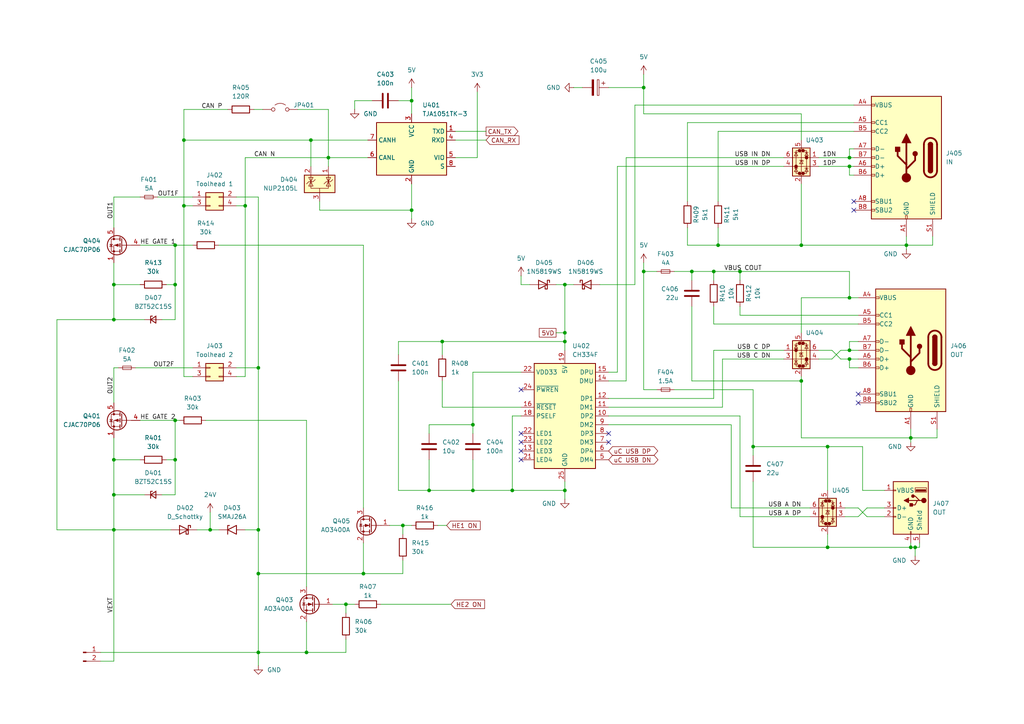
<source format=kicad_sch>
(kicad_sch (version 20250114) (generator "eeschema") (generator_version "9.0")
  (paper "A4")
  (title_block (title "EWS - Power, CANbus and USB HAT for 3D Printers") (date "2025-12-04") (rev "0.1") (company "Eduard Iten"))
  (lib_symbols
    (symbol "Connector:Conn_01x02_Pin" (pin_names (offset 1.016) (hide yes))
      (property "Reference" "J" (at 0 2.54 0))
      (property "Value" "Conn_01x02_Pin" (at 0 -5.08 0))
      (symbol "Conn_01x02_Pin_1_1"
        (pin passive line (at 5.08 0 180) (length 3.81) (name "Pin_1") (number "1"))
        (pin passive line (at 5.08 -2.54 180) (length 3.81) (name "Pin_2") (number "2"))
      )
    )
    (symbol "Connector:USB_A" (pin_names (offset 1.016))
      (property "Reference" "J" (at -5.08 11.43 0))
      (property "Value" "USB_A" (at -5.08 8.89 0))
      (symbol "USB_A_1_1"
        (pin passive line (at -2.54 -10.16 90) (length 2.54) (name "Shield") (number "5"))
        (pin power_in line (at 0 -10.16 90) (length 2.54) (name "GND") (number "4"))
        (pin power_in line (at 7.62 5.08 180) (length 2.54) (name "VBUS") (number "1"))
        (pin bidirectional line (at 7.62 0 180) (length 2.54) (name "D+") (number "3"))
        (pin bidirectional line (at 7.62 -2.54 180) (length 2.54) (name "D-") (number "2"))
      )
    )
    (symbol "Connector:USB_C_Receptacle_USB2.0_16P" (pin_names (offset 1.016))
      (property "Reference" "J" (at 0 22.225 0))
      (property "Value" "USB_C_Receptacle_USB2.0_16P" (at 0 19.685 0))
      (symbol "USB_C_Receptacle_USB2.0_16P_1_1"
        (pin passive line (at -7.62 -22.86 90) (length 5.08) (name "SHIELD") (number "S1"))
        (pin passive line (at 0 -22.86 90) (length 5.08) (name "GND") (number "A1"))
        (pin passive line (at 0 -22.86 90) (length 5.08) (hide yes) (name "GND") (number "A12"))
        (pin passive line (at 0 -22.86 90) (length 5.08) (hide yes) (name "GND") (number "B1"))
        (pin passive line (at 0 -22.86 90) (length 5.08) (hide yes) (name "GND") (number "B12"))
        (pin passive line (at 15.24 15.24 180) (length 5.08) (name "VBUS") (number "A4"))
        (pin passive line (at 15.24 15.24 180) (length 5.08) (hide yes) (name "VBUS") (number "A9"))
        (pin passive line (at 15.24 15.24 180) (length 5.08) (hide yes) (name "VBUS") (number "B4"))
        (pin passive line (at 15.24 15.24 180) (length 5.08) (hide yes) (name "VBUS") (number "B9"))
        (pin bidirectional line (at 15.24 10.16 180) (length 5.08) (name "CC1") (number "A5"))
        (pin bidirectional line (at 15.24 7.62 180) (length 5.08) (name "CC2") (number "B5"))
        (pin bidirectional line (at 15.24 2.54 180) (length 5.08) (name "D-") (number "A7"))
        (pin bidirectional line (at 15.24 0 180) (length 5.08) (name "D-") (number "B7"))
        (pin bidirectional line (at 15.24 -2.54 180) (length 5.08) (name "D+") (number "A6"))
        (pin bidirectional line (at 15.24 -5.08 180) (length 5.08) (name "D+") (number "B6"))
        (pin bidirectional line (at 15.24 -12.7 180) (length 5.08) (name "SBU1") (number "A8"))
        (pin bidirectional line (at 15.24 -15.24 180) (length 5.08) (name "SBU2") (number "B8"))
      )
    )
    (symbol "Connector_Generic:Conn_02x02_Odd_Even" (pin_names (offset 1.016) (hide yes))
      (property "Reference" "J" (at 1.27 2.54 0))
      (property "Value" "Conn_02x02_Odd_Even" (at 1.27 -5.08 0))
      (symbol "Conn_02x02_Odd_Even_1_1"
        (pin passive line (at -5.08 0 0) (length 3.81) (name "Pin_1") (number "1"))
        (pin passive line (at -5.08 -2.54 0) (length 3.81) (name "Pin_3") (number "3"))
        (pin passive line (at 7.62 0 180) (length 3.81) (name "Pin_2") (number "2"))
        (pin passive line (at 7.62 -2.54 180) (length 3.81) (name "Pin_4") (number "4"))
      )
    )
    (symbol "Device:C" (pin_numbers (hide yes)) (pin_names (offset 0.254))
      (property "Reference" "C" (at 0.635 2.54 0))
      (property "Value" "C" (at 0.635 -2.54 0))
      (symbol "C_1_1"
        (pin passive line (at 0 3.81 270) (length 2.794) (name "~") (number "1"))
        (pin passive line (at 0 -3.81 90) (length 2.794) (name "~") (number "2"))
      )
    )
    (symbol "Device:C_Polarized" (pin_numbers (hide yes)) (pin_names (offset 0.254))
      (property "Reference" "C" (at 0.635 2.54 0))
      (property "Value" "C_Polarized" (at 0.635 -2.54 0))
      (symbol "C_Polarized_1_1"
        (pin passive line (at 0 3.81 270) (length 2.794) (name "~") (number "1"))
        (pin passive line (at 0 -3.81 90) (length 2.794) (name "~") (number "2"))
      )
    )
    (symbol "Device:D_Schottky" (pin_numbers (hide yes)) (pin_names (offset 1.016) (hide yes))
      (property "Reference" "D" (at 0 2.54 0))
      (property "Value" "D_Schottky" (at 0 -2.54 0))
      (symbol "D_Schottky_1_1"
        (pin passive line (at -3.81 0 0) (length 2.54) (name "K") (number "1"))
        (pin passive line (at 3.81 0 180) (length 2.54) (name "A") (number "2"))
      )
    )
    (symbol "Device:D_Zener_Small" (pin_numbers (hide yes)) (pin_names (offset 0.254) (hide yes))
      (property "Reference" "D" (at 0 2.286 0))
      (property "Value" "D_Zener_Small" (at 0 -2.286 0))
      (symbol "D_Zener_Small_1_1"
        (pin passive line (at -2.54 0 0) (length 1.778) (name "K") (number "1"))
        (pin passive line (at 2.54 0 180) (length 1.778) (name "A") (number "2"))
      )
    )
    (symbol "Device:Fuse_Small" (pin_numbers (hide yes)) (pin_names (offset 0.254) (hide yes))
      (property "Reference" "F" (at 0 -1.524 0))
      (property "Value" "Fuse_Small" (at 0 1.524 0))
      (symbol "Fuse_Small_1_1"
        (pin passive line (at -2.54 0 0) (length 1.27) (name "~") (number "1"))
        (pin passive line (at 2.54 0 180) (length 1.27) (name "~") (number "2"))
      )
    )
    (symbol "Device:R" (pin_numbers (hide yes)) (pin_names (offset 0))
      (property "Reference" "R" (at 2.032 0 90))
      (property "Value" "R" (at 0 0 90))
      (symbol "R_1_1"
        (pin passive line (at 0 3.81 270) (length 1.27) (name "~") (number "1"))
        (pin passive line (at 0 -3.81 90) (length 1.27) (name "~") (number "2"))
      )
    )
    (symbol "Diode:1N5819WS" (pin_numbers (hide yes)) (pin_names (offset 1.016) (hide yes))
      (property "Reference" "D" (at 0 2.54 0))
      (property "Value" "1N5819WS" (at 0 -2.54 0))
      (symbol "1N5819WS_1_1"
        (pin passive line (at -3.81 0 0) (length 2.54) (name "K") (number "1"))
        (pin passive line (at 3.81 0 180) (length 2.54) (name "A") (number "2"))
      )
    )
    (symbol "Diode:SMAJ26A" (pin_numbers (hide yes)) (pin_names (offset 1.016) (hide yes))
      (property "Reference" "D" (at 0 2.54 0))
      (property "Value" "SMAJ26A" (at 0 -2.54 0))
      (symbol "SMAJ26A_1_1"
        (pin passive line (at -3.81 0 0) (length 2.54) (name "A1") (number "1"))
        (pin passive line (at 3.81 0 180) (length 2.54) (name "A2") (number "2"))
      )
    )
    (symbol "Interface_CAN_LIN:TJA1051TK-3"
      (property "Reference" "U" (at -10.16 8.89 0))
      (property "Value" "TJA1051TK-3" (at 1.27 8.89 0))
      (symbol "TJA1051TK-3_1_1"
        (pin input line (at -12.7 5.08 0) (length 2.54) (name "TXD") (number "1"))
        (pin output line (at -12.7 2.54 0) (length 2.54) (name "RXD") (number "4"))
        (pin power_in line (at -12.7 -2.54 0) (length 2.54) (name "VIO") (number "5"))
        (pin input line (at -12.7 -5.08 0) (length 2.54) (name "S") (number "8"))
        (pin power_in line (at 0 10.16 270) (length 2.54) (name "VCC") (number "3"))
        (pin power_in line (at 0 -10.16 90) (length 2.54) (name "GND") (number "2"))
        (pin passive line (at 0 -10.16 90) (length 2.54) (hide yes) (name "GND") (number "9"))
        (pin bidirectional line (at 12.7 2.54 180) (length 2.54) (name "CANH") (number "7"))
        (pin bidirectional line (at 12.7 -2.54 180) (length 2.54) (name "CANL") (number "6"))
      )
    )
    (symbol "Jumper:Jumper_2_Open" (pin_numbers (hide yes)) (pin_names (offset 0) (hide yes))
      (property "Reference" "JP" (at 0 2.794 0))
      (property "Value" "Jumper_2_Open" (at 0 -2.286 0))
      (symbol "Jumper_2_Open_1_1"
        (pin passive line (at -5.08 0 0) (length 2.54) (name "A") (number "1"))
        (pin passive line (at 5.08 0 180) (length 2.54) (name "B") (number "2"))
      )
    )
    (symbol "Power_Protection:NUP2105L" (pin_names (hide yes))
      (property "Reference" "D" (at 5.715 2.54 0))
      (property "Value" "NUP2105L" (at 5.715 0.635 0))
      (symbol "NUP2105L_0_0"
        (pin passive line (at 0 -5.08 90) (length 2.54) (name "A") (number "3"))
      )
      (symbol "NUP2105L_1_1"
        (pin passive line (at -2.54 5.08 270) (length 2.54) (name "K") (number "1"))
        (pin passive line (at 2.54 5.08 270) (length 2.54) (name "K") (number "2"))
      )
    )
    (symbol "Power_Protection:USBLC6-2SC6" (pin_names (hide yes))
      (property "Reference" "U" (at 0.635 5.715 0))
      (property "Value" "USBLC6-2SC6" (at 0.635 3.81 0))
      (symbol "USBLC6-2SC6_1_1"
        (pin passive line (at -5.08 0 0) (length 2.54) (name "I/O1") (number "1"))
        (pin passive line (at -5.08 -2.54 0) (length 2.54) (name "I/O2") (number "3"))
        (pin passive line (at 0 5.08 270) (length 2.54) (name "VBUS") (number "5"))
        (pin passive line (at 0 -7.62 90) (length 2.54) (name "GND") (number "2"))
        (pin passive line (at 5.08 0 180) (length 2.54) (name "I/O1") (number "6"))
        (pin passive line (at 5.08 -2.54 180) (length 2.54) (name "I/O2") (number "4"))
      )
    )
    (symbol "Transistor_FET:AO3400A" (pin_names (offset 0) (hide yes))
      (property "Reference" "Q" (at 5.08 1.905 0))
      (property "Value" "AO3400A" (at 5.08 0 0))
      (symbol "AO3400A_1_1"
        (pin input line (at -5.08 0 0) (length 2.54) (name "G") (number "1"))
        (pin passive line (at 2.54 5.08 270) (length 2.54) (name "D") (number "3"))
        (pin passive line (at 2.54 -5.08 90) (length 2.54) (name "S") (number "2"))
      )
    )
    (symbol "Transistor_FET:AON6411" (pin_names (hide yes))
      (property "Reference" "Q" (at 5.08 1.905 0))
      (property "Value" "AON6411" (at 5.08 0 0))
      (symbol "AON6411_1_1"
        (pin input line (at -5.08 0 0) (length 2.54) (name "G") (number "4"))
        (pin passive line (at 2.54 5.08 270) (length 2.54) (name "D") (number "5"))
        (pin passive line (at 2.54 -5.08 90) (length 2.54) (name "S") (number "1"))
        (pin passive line (at 2.54 -5.08 90) (length 2.54) (hide yes) (name "S") (number "2"))
        (pin passive line (at 2.54 -5.08 90) (length 2.54) (hide yes) (name "S") (number "3"))
      )
    )
    (symbol "power:+24V" (power) (pin_numbers (hide yes)) (pin_names (offset 0) (hide yes))
      (property "Value" "+24V" (at 0 3.556 0))
      (symbol "+24V_1_1"
        (pin power_in line (at 0 0 90) (length 0) (name "~") (number "1"))
      )
    )
    (symbol "power:+5V" (power) (pin_numbers (hide yes)) (pin_names (offset 0) (hide yes))
      (property "Value" "+5V" (at 0 3.556 0))
      (symbol "+5V_1_1"
        (pin power_in line (at 0 0 90) (length 0) (name "~") (number "1"))
      )
    )
    (symbol "power:GND" (power) (pin_numbers (hide yes)) (pin_names (offset 0) (hide yes))
      (property "Value" "GND" (at 0 -3.81 0))
      (symbol "GND_1_1"
        (pin power_in line (at 0 0 270) (length 0) (name "~") (number "1"))
      )
    )
    (symbol "project:CH334F"
      (property "Reference" "U" (at 1.27 19.05 0))
      (property "Value" "CH334F" (at 1.27 16.51 0))
      (symbol "CH334F_1_1"
        (pin no_connect line (at -27.94 25.4 0) (length 2.54) (hide yes) (name "~{OVCUR}") (number "1"))
        (pin no_connect line (at -27.94 22.86 0) (length 2.54) (hide yes) (name "NC") (number "2"))
        (pin no_connect line (at -27.94 20.32 0) (length 2.54) (hide yes) (name "X0") (number "3"))
        (pin no_connect line (at -27.94 17.78 0) (length 2.54) (hide yes) (name "XI") (number "4"))
        (pin no_connect line (at -27.94 15.24 0) (length 2.54) (hide yes) (name "NC") (number "17"))
        (pin power_out line (at -12.7 12.7 0) (length 3.81) (name "VDD33") (number "22"))
        (pin output line (at -12.7 7.62 0) (length 3.81) (name "~{PWREN}") (number "24"))
        (pin input line (at -12.7 2.54 0) (length 3.81) (name "~{RESET}") (number "16"))
        (pin input line (at -12.7 0 0) (length 3.81) (name "PSELF") (number "18"))
        (pin output line (at -12.7 -5.08 0) (length 3.81) (name "LED1") (number "22"))
        (pin output line (at -12.7 -7.62 0) (length 3.81) (name "LED2") (number "23"))
        (pin output line (at -12.7 -10.16 0) (length 3.81) (name "LED3") (number "13"))
        (pin output line (at -12.7 -12.7 0) (length 3.81) (name "LED4") (number "21"))
        (pin power_in line (at 0 19.05 270) (length 3.81) (name "5V") (number "19"))
        (pin power_in line (at 0 -19.05 90) (length 3.81) (name "GND") (number "25"))
        (pin input line (at 12.7 12.7 180) (length 3.81) (name "DPU") (number "15"))
        (pin input line (at 12.7 10.16 180) (length 3.81) (name "DMU") (number "14"))
        (pin output line (at 12.7 5.08 180) (length 3.81) (name "DP1") (number "12"))
        (pin output line (at 12.7 2.54 180) (length 3.81) (name "DM1") (number "11"))
        (pin output line (at 12.7 0 180) (length 3.81) (name "DP2") (number "10"))
        (pin output line (at 12.7 -2.54 180) (length 3.81) (name "DM2") (number "9"))
        (pin output line (at 12.7 -5.08 180) (length 3.81) (name "DP3") (number "8"))
        (pin output line (at 12.7 -7.62 180) (length 3.81) (name "DM3") (number "7"))
        (pin output line (at 12.7 -10.16 180) (length 3.81) (name "DP4") (number "6"))
        (pin output line (at 12.7 -12.7 180) (length 3.81) (name "DM4") (number "5"))
      )
    )
  )
  (junction (at 246.38 104.14))
  (junction (at 214.63 78.74))
  (junction (at 246.38 101.6))
  (junction (at 74.93 153.67))
  (junction (at 53.34 40.64))
  (junction (at 33.02 92.71))
  (junction (at 71.12 59.69))
  (junction (at 246.38 48.26))
  (junction (at 119.38 29.21))
  (junction (at 148.59 142.24))
  (junction (at 124.46 142.24))
  (junction (at 33.02 133.35))
  (junction (at 264.16 158.75))
  (junction (at 137.16 123.19))
  (junction (at 53.34 59.69))
  (junction (at 60.96 153.67))
  (junction (at 74.93 106.68))
  (junction (at 119.38 60.96))
  (junction (at 246.38 45.72))
  (junction (at 74.93 166.37))
  (junction (at 218.44 129.54))
  (junction (at 128.27 99.06))
  (junction (at 137.16 142.24))
  (junction (at 88.9 189.23))
  (junction (at 240.03 129.54))
  (junction (at 265.43 158.75))
  (junction (at 74.93 189.23))
  (junction (at 33.02 143.51))
  (junction (at 186.69 78.74))
  (junction (at 163.83 99.06))
  (junction (at 33.02 153.67))
  (junction (at 208.28 71.12))
  (junction (at 105.41 166.37))
  (junction (at 116.84 152.4))
  (junction (at 246.38 86.36))
  (junction (at 163.83 142.24))
  (junction (at 163.83 96.52))
  (junction (at 33.02 82.55))
  (junction (at 95.25 45.72))
  (junction (at 232.41 71.12))
  (junction (at 163.83 82.55))
  (junction (at 262.89 71.12))
  (junction (at 264.16 127))
  (junction (at 207.01 78.74))
  (junction (at 240.03 158.75))
  (junction (at 50.8 82.55))
  (junction (at 200.66 78.74))
  (junction (at 50.8 133.35))
  (junction (at 90.17 40.64))
  (junction (at 50.8 121.92))
  (junction (at 186.69 25.4))
  (junction (at 232.41 110.49))
  (junction (at 100.33 175.26))
  (junction (at 50.8 71.12))
  (no_connect (at 151.13 130.81))
  (no_connect (at 151.13 113.03))
  (no_connect (at 151.13 128.27))
  (no_connect (at 176.53 128.27))
  (no_connect (at 349.25 134.62))
  (no_connect (at 151.13 133.35))
  (no_connect (at 248.92 116.84))
  (no_connect (at 248.92 114.3))
  (no_connect (at 247.65 60.96))
  (no_connect (at 151.13 125.73))
  (no_connect (at 247.65 58.42))
  (no_connect (at 176.53 125.73))
  (wire (pts (xy 124.46 125.73) (xy 124.46 123.19)))
  (wire (pts (xy 100.33 175.26) (xy 102.87 175.26)))
  (wire (pts (xy 240.03 154.94) (xy 240.03 158.75)))
  (wire (pts (xy 218.44 113.03) (xy 218.44 129.54)))
  (wire (pts (xy 50.8 92.71) (xy 50.8 82.55)))
  (wire (pts (xy 53.34 109.22) (xy 53.34 59.69)))
  (wire (pts (xy 243.84 101.6) (xy 246.38 101.6)))
  (wire (pts (xy 71.12 59.69) (xy 68.58 59.69)))
  (wire (pts (xy 34.29 106.68) (xy 33.02 106.68)))
  (wire (pts (xy 33.02 57.15) (xy 40.64 57.15)))
  (wire (pts (xy 40.64 71.12) (xy 50.8 71.12)))
  (wire (pts (xy 246.38 99.06) (xy 246.38 101.6)))
  (wire (pts (xy 105.41 166.37) (xy 74.93 166.37)))
  (wire (pts (xy 60.96 153.67) (xy 63.5 153.67)))
  (wire (pts (xy 176.53 120.65) (xy 214.63 120.65)))
  (wire (pts (xy 207.01 93.98) (xy 207.01 88.9)))
  (wire (pts (xy 186.69 78.74) (xy 186.69 113.03)))
  (wire (pts (xy 53.34 59.69) (xy 53.34 40.64)))
  (wire (pts (xy 209.55 118.11) (xy 209.55 104.14)))
  (wire (pts (xy 113.03 152.4) (xy 116.84 152.4)))
  (wire (pts (xy 148.59 142.24) (xy 163.83 142.24)))
  (wire (pts (xy 232.41 127) (xy 264.16 127)))
  (wire (pts (xy 115.57 102.87) (xy 115.57 99.06)))
  (wire (pts (xy 74.93 189.23) (xy 74.93 193.04)))
  (wire (pts (xy 63.5 71.12) (xy 105.41 71.12)))
  (wire (pts (xy 173.99 82.55) (xy 184.15 82.55)))
  (wire (pts (xy 92.71 58.42) (xy 92.71 60.96)))
  (wire (pts (xy 251.46 147.32) (xy 256.54 147.32)))
  (wire (pts (xy 95.25 45.72) (xy 95.25 48.26)))
  (wire (pts (xy 119.38 53.34) (xy 119.38 60.96)))
  (wire (pts (xy 262.89 68.58) (xy 262.89 71.12)))
  (wire (pts (xy 140.97 40.64) (xy 132.08 40.64)))
  (wire (pts (xy 115.57 142.24) (xy 124.46 142.24)))
  (wire (pts (xy 115.57 99.06) (xy 128.27 99.06)))
  (wire (pts (xy 137.16 133.35) (xy 137.16 142.24)))
  (wire (pts (xy 241.3 104.14) (xy 243.84 101.6)))
  (wire (pts (xy 33.02 127) (xy 33.02 133.35)))
  (wire (pts (xy 102.87 31.75) (xy 102.87 29.21)))
  (wire (pts (xy 246.38 50.8) (xy 246.38 48.26)))
  (wire (pts (xy 195.58 78.74) (xy 200.66 78.74)))
  (wire (pts (xy 232.41 40.64) (xy 232.41 33.02)))
  (wire (pts (xy 151.13 82.55) (xy 153.67 82.55)))
  (wire (pts (xy 151.13 120.65) (xy 148.59 120.65)))
  (wire (pts (xy 33.02 143.51) (xy 41.91 143.51)))
  (wire (pts (xy 218.44 158.75) (xy 240.03 158.75)))
  (wire (pts (xy 53.34 59.69) (xy 55.88 59.69)))
  (wire (pts (xy 214.63 81.28) (xy 214.63 78.74)))
  (wire (pts (xy 247.65 43.18) (xy 246.38 43.18)))
  (wire (pts (xy 184.15 82.55) (xy 184.15 30.48)))
  (wire (pts (xy 248.92 91.44) (xy 214.63 91.44)))
  (wire (pts (xy 53.34 31.75) (xy 66.04 31.75)))
  (wire (pts (xy 74.93 153.67) (xy 74.93 166.37)))
  (wire (pts (xy 57.15 153.67) (xy 60.96 153.67)))
  (wire (pts (xy 55.88 109.22) (xy 53.34 109.22)))
  (wire (pts (xy 200.66 78.74) (xy 200.66 81.28)))
  (wire (pts (xy 181.61 45.72) (xy 227.33 45.72)))
  (wire (pts (xy 137.16 123.19) (xy 137.16 125.73)))
  (wire (pts (xy 200.66 110.49) (xy 232.41 110.49)))
  (wire (pts (xy 163.83 96.52) (xy 163.83 99.06)))
  (wire (pts (xy 137.16 107.95) (xy 137.16 123.19)))
  (wire (pts (xy 245.11 147.32) (xy 248.92 147.32)))
  (wire (pts (xy 195.58 113.03) (xy 218.44 113.03)))
  (wire (pts (xy 100.33 185.42) (xy 100.33 189.23)))
  (wire (pts (xy 128.27 110.49) (xy 128.27 118.11)))
  (wire (pts (xy 119.38 60.96) (xy 92.71 60.96)))
  (wire (pts (xy 33.02 92.71) (xy 41.91 92.71)))
  (wire (pts (xy 137.16 107.95) (xy 151.13 107.95)))
  (wire (pts (xy 248.92 147.32) (xy 251.46 149.86)))
  (wire (pts (xy 119.38 25.4) (xy 119.38 29.21)))
  (wire (pts (xy 68.58 57.15) (xy 74.93 57.15)))
  (wire (pts (xy 214.63 78.74) (xy 207.01 78.74)))
  (wire (pts (xy 161.29 82.55) (xy 163.83 82.55)))
  (wire (pts (xy 76.2 31.75) (xy 73.66 31.75)))
  (wire (pts (xy 240.03 129.54) (xy 240.03 142.24)))
  (wire (pts (xy 247.65 38.1) (xy 208.28 38.1)))
  (wire (pts (xy 264.16 124.46) (xy 264.16 127)))
  (wire (pts (xy 245.11 149.86) (xy 248.92 149.86)))
  (wire (pts (xy 248.92 93.98) (xy 207.01 93.98)))
  (wire (pts (xy 74.93 57.15) (xy 74.93 106.68)))
  (wire (pts (xy 176.53 115.57) (xy 207.01 115.57)))
  (wire (pts (xy 237.49 45.72) (xy 246.38 45.72)))
  (wire (pts (xy 48.26 82.55) (xy 50.8 82.55)))
  (wire (pts (xy 199.39 71.12) (xy 208.28 71.12)))
  (wire (pts (xy 50.8 143.51) (xy 50.8 133.35)))
  (wire (pts (xy 250.19 129.54) (xy 240.03 129.54)))
  (wire (pts (xy 218.44 129.54) (xy 218.44 132.08)))
  (wire (pts (xy 74.93 106.68) (xy 68.58 106.68)))
  (wire (pts (xy 232.41 53.34) (xy 232.41 71.12)))
  (wire (pts (xy 71.12 109.22) (xy 71.12 59.69)))
  (wire (pts (xy 50.8 133.35) (xy 50.8 121.92)))
  (wire (pts (xy 90.17 40.64) (xy 90.17 48.26)))
  (wire (pts (xy 50.8 121.92) (xy 52.07 121.92)))
  (wire (pts (xy 250.19 142.24) (xy 250.19 129.54)))
  (wire (pts (xy 128.27 99.06) (xy 163.83 99.06)))
  (wire (pts (xy 212.09 123.19) (xy 212.09 147.32)))
  (wire (pts (xy 46.99 92.71) (xy 50.8 92.71)))
  (wire (pts (xy 96.52 175.26) (xy 100.33 175.26)))
  (wire (pts (xy 115.57 29.21) (xy 119.38 29.21)))
  (wire (pts (xy 45.72 57.15) (xy 55.88 57.15)))
  (wire (pts (xy 264.16 157.48) (xy 264.16 158.75)))
  (wire (pts (xy 95.25 45.72) (xy 106.68 45.72)))
  (wire (pts (xy 33.02 143.51) (xy 33.02 153.67)))
  (wire (pts (xy 232.41 71.12) (xy 262.89 71.12)))
  (wire (pts (xy 124.46 142.24) (xy 137.16 142.24)))
  (wire (pts (xy 151.13 80.01) (xy 151.13 82.55)))
  (wire (pts (xy 119.38 29.21) (xy 119.38 33.02)))
  (wire (pts (xy 161.29 96.52) (xy 163.83 96.52)))
  (wire (pts (xy 71.12 45.72) (xy 95.25 45.72)))
  (wire (pts (xy 209.55 104.14) (xy 227.33 104.14)))
  (wire (pts (xy 138.43 26.67) (xy 138.43 45.72)))
  (wire (pts (xy 100.33 189.23) (xy 88.9 189.23)))
  (wire (pts (xy 186.69 76.2) (xy 186.69 78.74)))
  (wire (pts (xy 60.96 148.59) (xy 60.96 153.67)))
  (wire (pts (xy 29.21 191.77) (xy 33.02 191.77)))
  (wire (pts (xy 176.53 118.11) (xy 209.55 118.11)))
  (wire (pts (xy 208.28 38.1) (xy 208.28 58.42)))
  (wire (pts (xy 208.28 71.12) (xy 232.41 71.12)))
  (wire (pts (xy 105.41 157.48) (xy 105.41 166.37)))
  (wire (pts (xy 39.37 106.68) (xy 55.88 106.68)))
  (wire (pts (xy 246.38 101.6) (xy 248.92 101.6)))
  (wire (pts (xy 33.02 82.55) (xy 33.02 92.71)))
  (wire (pts (xy 176.53 107.95) (xy 179.07 107.95)))
  (wire (pts (xy 88.9 180.34) (xy 88.9 189.23)))
  (wire (pts (xy 33.02 76.2) (xy 33.02 82.55)))
  (wire (pts (xy 46.99 143.51) (xy 50.8 143.51)))
  (wire (pts (xy 212.09 123.19) (xy 176.53 123.19)))
  (wire (pts (xy 246.38 48.26) (xy 247.65 48.26)))
  (wire (pts (xy 74.93 166.37) (xy 74.93 189.23)))
  (wire (pts (xy 33.02 82.55) (xy 40.64 82.55)))
  (wire (pts (xy 214.63 120.65) (xy 214.63 149.86)))
  (wire (pts (xy 16.51 92.71) (xy 33.02 92.71)))
  (wire (pts (xy 176.53 25.4) (xy 186.69 25.4)))
  (wire (pts (xy 266.7 157.48) (xy 266.7 158.75)))
  (wire (pts (xy 262.89 71.12) (xy 262.89 72.39)))
  (wire (pts (xy 248.92 99.06) (xy 246.38 99.06)))
  (wire (pts (xy 115.57 110.49) (xy 115.57 142.24)))
  (wire (pts (xy 246.38 104.14) (xy 248.92 104.14)))
  (wire (pts (xy 232.41 109.22) (xy 232.41 110.49)))
  (wire (pts (xy 124.46 133.35) (xy 124.46 142.24)))
  (wire (pts (xy 270.51 68.58) (xy 270.51 71.12)))
  (wire (pts (xy 237.49 101.6) (xy 241.3 101.6)))
  (wire (pts (xy 124.46 123.19) (xy 137.16 123.19)))
  (wire (pts (xy 264.16 158.75) (xy 265.43 158.75)))
  (wire (pts (xy 214.63 91.44) (xy 214.63 88.9)))
  (wire (pts (xy 68.58 109.22) (xy 71.12 109.22)))
  (wire (pts (xy 137.16 142.24) (xy 148.59 142.24)))
  (wire (pts (xy 48.26 133.35) (xy 50.8 133.35)))
  (wire (pts (xy 200.66 88.9) (xy 200.66 110.49)))
  (wire (pts (xy 208.28 66.04) (xy 208.28 71.12)))
  (wire (pts (xy 248.92 149.86) (xy 251.46 147.32)))
  (wire (pts (xy 116.84 152.4) (xy 116.84 154.94)))
  (wire (pts (xy 163.83 139.7) (xy 163.83 142.24)))
  (wire (pts (xy 53.34 40.64) (xy 53.34 31.75)))
  (wire (pts (xy 207.01 115.57) (xy 207.01 101.6)))
  (wire (pts (xy 246.38 45.72) (xy 247.65 45.72)))
  (wire (pts (xy 218.44 139.7) (xy 218.44 158.75)))
  (wire (pts (xy 246.38 43.18) (xy 246.38 45.72)))
  (wire (pts (xy 116.84 166.37) (xy 105.41 166.37)))
  (wire (pts (xy 116.84 162.56) (xy 116.84 166.37)))
  (wire (pts (xy 240.03 158.75) (xy 264.16 158.75)))
  (wire (pts (xy 243.84 104.14) (xy 246.38 104.14)))
  (wire (pts (xy 88.9 121.92) (xy 88.9 170.18)))
  (wire (pts (xy 232.41 86.36) (xy 246.38 86.36)))
  (wire (pts (xy 140.97 38.1) (xy 132.08 38.1)))
  (wire (pts (xy 179.07 48.26) (xy 227.33 48.26)))
  (wire (pts (xy 241.3 101.6) (xy 243.84 104.14)))
  (wire (pts (xy 186.69 33.02) (xy 232.41 33.02)))
  (wire (pts (xy 264.16 127) (xy 264.16 128.27)))
  (wire (pts (xy 186.69 25.4) (xy 186.69 33.02)))
  (wire (pts (xy 128.27 102.87) (xy 128.27 99.06)))
  (wire (pts (xy 33.02 153.67) (xy 33.02 191.77)))
  (wire (pts (xy 247.65 50.8) (xy 246.38 50.8)))
  (wire (pts (xy 181.61 110.49) (xy 181.61 45.72)))
  (wire (pts (xy 50.8 71.12) (xy 55.88 71.12)))
  (wire (pts (xy 266.7 158.75) (xy 265.43 158.75)))
  (wire (pts (xy 212.09 147.32) (xy 234.95 147.32)))
  (wire (pts (xy 90.17 40.64) (xy 106.68 40.64)))
  (wire (pts (xy 33.02 106.68) (xy 33.02 116.84)))
  (wire (pts (xy 166.37 25.4) (xy 168.91 25.4)))
  (wire (pts (xy 218.44 129.54) (xy 240.03 129.54)))
  (wire (pts (xy 199.39 35.56) (xy 247.65 35.56)))
  (wire (pts (xy 95.25 31.75) (xy 86.36 31.75)))
  (wire (pts (xy 265.43 158.75) (xy 265.43 161.29)))
  (wire (pts (xy 53.34 40.64) (xy 90.17 40.64)))
  (wire (pts (xy 110.49 175.26) (xy 130.81 175.26)))
  (wire (pts (xy 119.38 60.96) (xy 119.38 63.5)))
  (wire (pts (xy 100.33 175.26) (xy 100.33 177.8)))
  (wire (pts (xy 102.87 29.21) (xy 107.95 29.21)))
  (wire (pts (xy 232.41 96.52) (xy 232.41 86.36)))
  (wire (pts (xy 186.69 113.03) (xy 190.5 113.03)))
  (wire (pts (xy 33.02 133.35) (xy 40.64 133.35)))
  (wire (pts (xy 116.84 152.4) (xy 119.38 152.4)))
  (wire (pts (xy 199.39 66.04) (xy 199.39 71.12)))
  (wire (pts (xy 138.43 45.72) (xy 132.08 45.72)))
  (wire (pts (xy 246.38 86.36) (xy 246.38 78.74)))
  (wire (pts (xy 33.02 66.04) (xy 33.02 57.15)))
  (wire (pts (xy 88.9 189.23) (xy 74.93 189.23)))
  (wire (pts (xy 179.07 107.95) (xy 179.07 48.26)))
  (wire (pts (xy 95.25 31.75) (xy 95.25 45.72)))
  (wire (pts (xy 200.66 78.74) (xy 207.01 78.74)))
  (wire (pts (xy 163.83 82.55) (xy 163.83 96.52)))
  (wire (pts (xy 207.01 101.6) (xy 227.33 101.6)))
  (wire (pts (xy 50.8 82.55) (xy 50.8 71.12)))
  (wire (pts (xy 248.92 106.68) (xy 246.38 106.68)))
  (wire (pts (xy 33.02 153.67) (xy 16.51 153.67)))
  (wire (pts (xy 270.51 71.12) (xy 262.89 71.12)))
  (wire (pts (xy 176.53 110.49) (xy 181.61 110.49)))
  (wire (pts (xy 246.38 78.74) (xy 214.63 78.74)))
  (wire (pts (xy 59.69 121.92) (xy 88.9 121.92)))
  (wire (pts (xy 256.54 142.24) (xy 250.19 142.24)))
  (wire (pts (xy 184.15 30.48) (xy 247.65 30.48)))
  (wire (pts (xy 237.49 104.14) (xy 241.3 104.14)))
  (wire (pts (xy 248.92 86.36) (xy 246.38 86.36)))
  (wire (pts (xy 71.12 45.72) (xy 71.12 59.69)))
  (wire (pts (xy 186.69 78.74) (xy 190.5 78.74)))
  (wire (pts (xy 148.59 120.65) (xy 148.59 142.24)))
  (wire (pts (xy 163.83 142.24) (xy 163.83 144.78)))
  (wire (pts (xy 264.16 127) (xy 271.78 127)))
  (wire (pts (xy 207.01 78.74) (xy 207.01 81.28)))
  (wire (pts (xy 33.02 133.35) (xy 33.02 143.51)))
  (wire (pts (xy 271.78 124.46) (xy 271.78 127)))
  (wire (pts (xy 232.41 110.49) (xy 232.41 127)))
  (wire (pts (xy 33.02 153.67) (xy 49.53 153.67)))
  (wire (pts (xy 105.41 147.32) (xy 105.41 71.12)))
  (wire (pts (xy 40.64 121.92) (xy 50.8 121.92)))
  (wire (pts (xy 246.38 106.68) (xy 246.38 104.14)))
  (wire (pts (xy 16.51 153.67) (xy 16.51 92.71)))
  (wire (pts (xy 199.39 58.42) (xy 199.39 35.56)))
  (wire (pts (xy 251.46 149.86) (xy 256.54 149.86)))
  (wire (pts (xy 186.69 21.59) (xy 186.69 25.4)))
  (wire (pts (xy 71.12 153.67) (xy 74.93 153.67)))
  (wire (pts (xy 74.93 106.68) (xy 74.93 153.67)))
  (wire (pts (xy 163.83 82.55) (xy 166.37 82.55)))
  (wire (pts (xy 237.49 48.26) (xy 246.38 48.26)))
  (wire (pts (xy 163.83 99.06) (xy 163.83 101.6)))
  (wire (pts (xy 214.63 149.86) (xy 234.95 149.86)))
  (wire (pts (xy 127 152.4) (xy 129.54 152.4)))
  (wire (pts (xy 151.13 118.11) (xy 128.27 118.11)))
  (wire (pts (xy 29.21 189.23) (xy 74.93 189.23)))
  (label "HE GATE 1" (at 40.64 71.12 0))
  (label "HE GATE 2" (at 40.64 121.92 0))
  (label "USB IN DN" (at 223.52 45.72 180))
  (label "OUT1F" (at 45.72 57.15 0))
  (label "1DP" (at 242.57 48.26 180))
  (label "CAN N" (at 73.66 45.72 0))
  (label "OUT1" (at 33.02 63.5 90))
  (label "OUT2" (at 33.02 114.3 90))
  (label "OUT2F" (at 44.45 106.68 0))
  (label "1DN" (at 242.57 45.72 180))
  (label "VEXT" (at 33.02 177.8 90))
  (label "USB IN DP" (at 223.52 48.26 180))
  (label "USB C DN" (at 223.52 104.14 180))
  (label "USB A DN" (at 232.41 147.32 180))
  (label "USB A DP" (at 232.41 149.86 180))
  (label "CAN P" (at 58.42 31.75 0))
  (label "VBUS COUT" (at 220.98 78.74 180))
  (label "USB C DP" (at 223.52 101.6 180))
  (global_label "uC USB DP" (shape bidirectional) (at 176.53 130.81 0) (property "Intersheetrefs" "${INTERSHEET_REFS}" (effects (hide yes))))
  (global_label "HE1 ON" (shape input) (at 129.54 152.4 0) (property "Intersheetrefs" "${INTERSHEET_REFS}" (effects (hide yes))))
  (global_label "CAN_TX" (shape output) (at 140.97 38.1 0) (property "Intersheetrefs" "${INTERSHEET_REFS}" (effects (hide yes))))
  (global_label "uC USB DN" (shape bidirectional) (at 176.53 133.35 0) (property "Intersheetrefs" "${INTERSHEET_REFS}" (effects (hide yes))))
  (global_label "HE2 ON" (shape input) (at 130.81 175.26 0) (property "Intersheetrefs" "${INTERSHEET_REFS}" (effects (hide yes))))
  (global_label "CAN_RX" (shape input) (at 140.97 40.64 0) (property "Intersheetrefs" "${INTERSHEET_REFS}" (effects (hide yes))))
  (global_label "5VD" (shape passive) (at 161.29 96.52 180) (property "Intersheetrefs" "${INTERSHEET_REFS}" (effects (hide yes))))
  (symbol (lib_id "Device:C") (at 111.76 29.21 90) (unit 1)
    (property "Reference" "C403" (at 111.76 21.59 90))
    (property "Value" "100n" (at 111.76 24.13 90))
    (property "Footprint" "Capacitor_SMD:C_0402_1005Metric" (effects (hide yes)))
    (property "Description" "Unpolarized capacitor" (effects (hide yes)))
  )
  (symbol (lib_id "Transistor_FET:AON6411") (at 35.56 121.92 0) (mirror y) (unit 1)
    (property "Reference" "Q401" (at 29.21 120.6499 0) (effects (justify left)))
    (property "Value" "CJAC70P06" (at 29.21 123.1899 0) (effects (justify left)))
    (property "Footprint" "Package_DFN_QFN:AO_DFN-8-1EP_5.55x5.2mm_P1.27mm_EP4.12x4.6mm" (effects (hide yes)))
    (property "Datasheet" "http://www.aosmd.com/res/data_sheets/AON6411.pd" (effects (hide yes)))
  )
  (symbol (lib_id "Device:R") (at 123.19 152.4 90) (unit 1)
    (property "Reference" "R416" (at 123.19 147.32 90))
    (property "Value" "1k" (at 123.19 149.86 90))
    (property "Footprint" "Resistor_SMD:R_0402_1005Metric" (effects (hide yes)))
    (property "Description" "Resistor" (effects (hide yes)))
  )
  (symbol (lib_id "Power_Protection:USBLC6-2SC6") (at 232.41 45.72 0) (mirror y) (unit 1)
    (property "Reference" "U403" (at 233.68 40.64 0) (effects (justify right)))
    (property "Value" "USBLC6-2SC6" (effects (hide yes)))
    (property "Footprint" "Package_TO_SOT_SMD:SOT-23-6" (effects (hide yes)))
    (property "Datasheet" "https://www.st.com/resource/en/datasheet/usblc6-2.pdf" (effects (hide yes)))
    (property "Description" "Very low capacitance ESD protection diode, 2 data-line, SOT-23-6" (effects (hide yes)))
  )
  (symbol (lib_id "Connector:Conn_01x02_Pin") (at 24.13 189.23 0) (unit 1)
    (property "Reference" "J401" (effects (hide yes)))
    (property "Value" "PWR IN" (effects (hide yes)))
    (property "Footprint" "Connector_AMASS:AMASS_XT30PW-M_1x02_P2.50mm_Horizontal" (effects (hide yes)))
    (property "Description" "Generic connector, single row, 01x02, script generated" (effects (hide yes)))
  )
  (symbol (lib_id "power:GND") (at 262.89 72.39 0) (mirror y) (unit 1)
    (property "Reference" "#PWR0412" (effects (hide yes)))
    (property "Value" "GND" (at 260.35 73.6599 0) (effects (justify left)))
    (property "Description" "Power symbol creates a global label with name \"GND\" , ground" (effects (hide yes)))
  )
  (symbol (lib_id "Device:C_Polarized") (at 172.72 25.4 270) (unit 1)
    (property "Reference" "C405" (at 173.609 17.78 90))
    (property "Value" "100u" (at 173.609 20.32 90))
    (property "Footprint" "Capacitor_SMD:CP_Elec_6.3x7.7" (effects (hide yes)))
    (property "Description" "Polarized capacitor" (effects (hide yes)))
    (property "Manufacturer Part #" "RVT1H101M0607" (effects (hide yes)))
    (property "LCSC Part #" "C3151829" (effects (hide yes)))
  )
  (symbol (lib_id "Device:R") (at 106.68 175.26 90) (unit 1)
    (property "Reference" "R407" (at 106.68 170.18 90))
    (property "Value" "1k" (at 106.68 172.72 90))
    (property "Footprint" "Resistor_SMD:R_0402_1005Metric" (effects (hide yes)))
    (property "Description" "Resistor" (effects (hide yes)))
  )
  (symbol (lib_id "Transistor_FET:AON6411") (at 35.56 71.12 0) (mirror y) (unit 1)
    (property "Reference" "Q404" (at 29.21 69.8499 0) (effects (justify left)))
    (property "Value" "CJAC70P06" (at 29.21 72.3899 0) (effects (justify left)))
    (property "Footprint" "Package_DFN_QFN:AO_DFN-8-1EP_5.55x5.2mm_P1.27mm_EP4.12x4.6mm" (effects (hide yes)))
    (property "Datasheet" "http://www.aosmd.com/res/data_sheets/AON6411.pd" (effects (hide yes)))
  )
  (symbol (lib_id "Device:R") (at 208.28 62.23 0) (mirror x) (unit 1)
    (property "Reference" "R411" (at 210.82 62.23 90))
    (property "Value" "5k1" (at 213.36 62.23 90))
    (property "Footprint" "Resistor_SMD:R_0402_1005Metric" (effects (hide yes)))
    (property "Description" "Resistor" (effects (hide yes)))
  )
  (symbol (lib_id "Device:R") (at 100.33 181.61 180) (unit 1)
    (property "Reference" "R406" (at 102.87 180.3399 0) (effects (justify right)))
    (property "Value" "30k" (at 102.87 182.8799 0) (effects (justify right)))
    (property "Footprint" "Resistor_SMD:R_0402_1005Metric" (effects (hide yes)))
    (property "Description" "Resistor" (effects (hide yes)))
  )
  (symbol (lib_id "Device:R") (at 128.27 106.68 0) (mirror x) (unit 1)
    (property "Reference" "R408" (at 130.81 105.41 0) (effects (justify left)))
    (property "Value" "1k" (at 130.81 107.95 0) (effects (justify left)))
    (property "Footprint" "Resistor_SMD:R_0402_1005Metric" (effects (hide yes)))
    (property "Description" "Resistor" (effects (hide yes)))
  )
  (symbol (lib_id "power:GND") (at 166.37 25.4 270) (mirror x) (unit 1)
    (property "Reference" "#PWR0409" (effects (hide yes)))
    (property "Value" "GND" (at 162.56 25.3999 90) (effects (justify right)))
    (property "Description" "Power symbol creates a global label with name \"GND\" , ground" (effects (hide yes)))
  )
  (symbol (lib_id "power:GND") (at 74.93 193.04 0) (unit 1)
    (property "Reference" "#PWR0402" (effects (hide yes)))
    (property "Value" "GND" (at 77.47 194.3099 0) (effects (justify left)))
    (property "Description" "Power symbol creates a global label with name \"GND\" , ground" (effects (hide yes)))
  )
  (symbol (lib_id "Connector_Generic:Conn_02x02_Odd_Even") (at 60.96 57.15 0) (unit 1)
    (property "Reference" "J402" (at 62.23 50.8 0))
    (property "Value" "Toolhead 1" (at 62.23 53.34 0))
    (property "Footprint" "Connector_Molex:Molex_Micro-Fit_3.0_43045-0400_2x02_P3.00mm_Horizontal" (effects (hide yes)))
    (property "Description" "Generic connector, double row, 02x02, odd/even pin numbering scheme (row 1 odd numbers, row 2 even numbers), script generated (kicad-library-utils/schlib/autogen/connector/)" (effects (hide yes)))
  )
  (symbol (lib_id "Device:R") (at 207.01 85.09 0) (mirror x) (unit 1)
    (property "Reference" "R410" (at 209.55 85.09 90))
    (property "Value" "10k" (at 212.09 85.09 90))
    (property "Footprint" "Resistor_SMD:R_0402_1005Metric" (effects (hide yes)))
    (property "Description" "Resistor" (effects (hide yes)))
  )
  (symbol (lib_id "Connector:USB_C_Receptacle_USB2.0_16P") (at 264.16 101.6 0) (mirror y) (unit 1)
    (property "Reference" "J406" (at 275.59 100.3299 0) (effects (justify right)))
    (property "Value" "OUT" (at 275.59 102.8699 0) (effects (justify right)))
    (property "Footprint" "Connector_USB:USB_C_Receptacle_GCT_USB4105-xx-A_16P_TopMnt_Horizontal" (effects (hide yes)))
    (property "Datasheet" "https://www.usb.org/sites/default/files/documents/usb_type-c.zip" (effects (hide yes)))
    (property "Description" "USB 2.0-only 16P Type-C Receptacle connector" (effects (hide yes)))
    (property "Manufacturer Part #" "TYPE-C 16PIN 2MD(073)" (effects (hide yes)))
    (property "LCSC Part #" "C2765186" (effects (hide yes)))
  )
  (symbol (lib_id "power:+24V") (at 60.96 148.59 0) (unit 1)
    (property "Reference" "#PWR0401" (effects (hide yes)))
    (property "Value" "24V" (at 60.96 143.51 0))
    (property "Description" "Power symbol creates a global label with name \"+24V\"" (effects (hide yes)))
  )
  (symbol (lib_id "Transistor_FET:AO3400A") (at 91.44 175.26 0) (mirror y) (unit 1)
    (property "Reference" "Q403" (at 85.09 173.9899 0) (effects (justify left)))
    (property "Value" "AO3400A" (at 85.09 176.5299 0) (effects (justify left)))
    (property "Footprint" "Package_TO_SOT_SMD:SOT-23" (effects (hide yes)))
    (property "Datasheet" "http://www.aosmd.com/pdfs/datasheet/AO3400A.pdf" (effects (hide yes)))
    (property "Description" "30V Vds, 5.7A Id, N-Channel MOSFET, SOT-23" (effects (hide yes)))
  )
  (symbol (lib_id "Device:C") (at 124.46 129.54 0) (unit 1)
    (property "Reference" "C402" (at 128.27 128.2699 0) (effects (justify left)))
    (property "Value" "10u" (at 128.27 130.8099 0) (effects (justify left)))
    (property "Footprint" "Capacitor_SMD:C_0603_1608Metric" (effects (hide yes)))
    (property "Description" "Unpolarized capacitor" (effects (hide yes)))
  )
  (symbol (lib_id "Connector_Generic:Conn_02x02_Odd_Even") (at 60.96 106.68 0) (unit 1)
    (property "Reference" "J403" (at 62.23 100.33 0))
    (property "Value" "Toolhead 2" (at 62.23 102.87 0))
    (property "Footprint" "Connector_Molex:Molex_Micro-Fit_3.0_43045-0400_2x02_P3.00mm_Horizontal" (effects (hide yes)))
    (property "Description" "Generic connector, double row, 02x02, odd/even pin numbering scheme (row 1 odd numbers, row 2 even numbers), script generated (kicad-library-utils/schlib/autogen/connector/)" (effects (hide yes)))
  )
  (symbol (lib_id "Device:C") (at 115.57 106.68 0) (unit 1)
    (property "Reference" "C401" (at 119.38 105.4099 0) (effects (justify left)))
    (property "Value" "100n" (at 119.38 107.9499 0) (effects (justify left)))
    (property "Footprint" "Capacitor_SMD:C_0402_1005Metric" (effects (hide yes)))
    (property "Description" "Unpolarized capacitor" (effects (hide yes)))
  )
  (symbol (lib_id "power:+5V") (at 151.13 80.01 0) (unit 1)
    (property "Reference" "#PWR0406" (effects (hide yes)))
    (property "Value" "5V" (at 151.13 74.93 0))
    (property "Description" "Power symbol creates a global label with name \"+5V\"" (effects (hide yes)))
  )
  (symbol (lib_id "Device:R") (at 69.85 31.75 270) (mirror x) (unit 1)
    (property "Reference" "R405" (at 69.85 25.4 90))
    (property "Value" "120R" (at 69.85 27.94 90))
    (property "Footprint" "Resistor_SMD:R_0402_1005Metric_Pad0.72x0.64mm_HandSolder" (effects (hide yes)))
    (property "Description" "Resistor" (effects (hide yes)))
  )
  (symbol (lib_id "power:+5V") (at 186.69 76.2 0) (unit 1)
    (property "Reference" "#PWR0411" (effects (hide yes)))
    (property "Value" "5V" (at 186.69 71.12 0))
    (property "Description" "Power symbol creates a global label with name \"+5V\"" (effects (hide yes)))
  )
  (symbol (lib_id "Diode:1N5819WS") (at 157.48 82.55 0) (mirror y) (unit 1)
    (property "Reference" "D405" (at 157.7975 76.2 0))
    (property "Value" "1N5819WS" (at 157.7975 78.74 0))
    (property "Footprint" "Diode_SMD:D_SOD-323" (effects (hide yes)))
    (property "Datasheet" "https://datasheet.lcsc.com/lcsc/2204281430_Guangdong-Hottech-1N5819WS_C191023.pdf" (effects (hide yes)))
    (property "Description" "40V 600mV@1A 1A SOD-323 Schottky Barrier Diodes, SOD-323" (effects (hide yes)))
  )
  (symbol (lib_id "Device:R") (at 44.45 133.35 90) (unit 1)
    (property "Reference" "R401" (at 44.45 127 90))
    (property "Value" "30k" (at 44.45 129.54 90))
    (property "Footprint" "Resistor_SMD:R_0402_1005Metric" (effects (hide yes)))
    (property "Description" "Resistor" (effects (hide yes)))
  )
  (symbol (lib_id "Device:C") (at 200.66 85.09 0) (mirror y) (unit 1)
    (property "Reference" "C406" (at 196.85 83.8199 0) (effects (justify left)))
    (property "Value" "22u" (at 196.85 86.3599 0) (effects (justify left)))
    (property "Footprint" "Capacitor_SMD:C_1206_3216Metric" (effects (hide yes)))
    (property "Description" "Unpolarized capacitor" (effects (hide yes)))
  )
  (symbol (lib_id "Power_Protection:USBLC6-2SC6") (at 232.41 101.6 0) (unit 1)
    (property "Reference" "U404" (at 233.68 96.52 0) (effects (justify left)))
    (property "Value" "USBLC6-2SC6" (effects (hide yes)))
    (property "Footprint" "Package_TO_SOT_SMD:SOT-23-6" (effects (hide yes)))
    (property "Datasheet" "https://www.st.com/resource/en/datasheet/usblc6-2.pdf" (effects (hide yes)))
    (property "Description" "Very low capacitance ESD protection diode, 2 data-line, SOT-23-6" (effects (hide yes)))
  )
  (symbol (lib_id "Device:R") (at 44.45 82.55 90) (unit 1)
    (property "Reference" "R413" (at 44.45 76.2 90))
    (property "Value" "30k" (at 44.45 78.74 90))
    (property "Footprint" "Resistor_SMD:R_0402_1005Metric" (effects (hide yes)))
    (property "Description" "Resistor" (effects (hide yes)))
  )
  (symbol (lib_id "Device:Fuse_Small") (at 43.18 57.15 0) (unit 1)
    (property "Reference" "F401" (at 43.18 52.07 0))
    (property "Value" "5A" (at 43.18 54.61 0))
    (property "Footprint" "Fuse:Fuse_1206_3216Metric_Pad1.42x1.75mm_HandSolder" (effects (hide yes)))
    (property "Description" "Fuse, small symbol" (effects (hide yes)))
  )
  (symbol (lib_id "power:GND") (at 265.43 161.29 0) (mirror y) (unit 1)
    (property "Reference" "#PWR0414" (effects (hide yes)))
    (property "Value" "GND" (at 262.89 162.5599 0) (effects (justify left)))
    (property "Description" "Power symbol creates a global label with name \"GND\" , ground" (effects (hide yes)))
  )
  (symbol (lib_id "Power_Protection:USBLC6-2SC6") (at 240.03 147.32 0) (mirror y) (unit 1)
    (property "Reference" "U405" (at 241.3 142.24 0) (effects (justify right)))
    (property "Value" "USBLC6-2SC6" (effects (hide yes)))
    (property "Footprint" "Package_TO_SOT_SMD:SOT-23-6" (effects (hide yes)))
    (property "Datasheet" "https://www.st.com/resource/en/datasheet/usblc6-2.pdf" (effects (hide yes)))
    (property "Description" "Very low capacitance ESD protection diode, 2 data-line, SOT-23-6" (effects (hide yes)))
  )
  (symbol (lib_id "Device:R") (at 55.88 121.92 90) (unit 1)
    (property "Reference" "R403" (at 55.88 115.57 90))
    (property "Value" "30k" (at 55.88 118.11 90))
    (property "Footprint" "Resistor_SMD:R_0402_1005Metric" (effects (hide yes)))
    (property "Description" "Resistor" (effects (hide yes)))
  )
  (symbol (lib_id "Diode:SMAJ26A") (at 67.31 153.67 0) (unit 1)
    (property "Reference" "D403" (at 67.31 147.32 0))
    (property "Value" "SMAJ26A" (at 67.31 149.86 0))
    (property "Footprint" "Diode_SMD:D_SMA" (effects (hide yes)))
    (property "Datasheet" "https://www.littelfuse.com/media?resourcetype=datasheets&itemid=75e32973-b177-4ee3-a0ff-cedaf1abdb93&filename=smaj-datasheet" (effects (hide yes)))
    (property "Description" "400W unidirectional Transient Voltage Suppressor, 26.0Vr, SMA(DO-214AC)" (effects (hide yes)))
  )
  (symbol (lib_id "Device:C") (at 218.44 135.89 0) (unit 1)
    (property "Reference" "C407" (at 222.25 134.6199 0) (effects (justify left)))
    (property "Value" "22u" (at 222.25 137.1599 0) (effects (justify left)))
    (property "Footprint" "Capacitor_SMD:C_1206_3216Metric" (effects (hide yes)))
    (property "Description" "Unpolarized capacitor" (effects (hide yes)))
  )
  (symbol (lib_id "Jumper:Jumper_2_Open") (at 81.28 31.75 0) (mirror y) (unit 1)
    (property "Reference" "JP401" (at 85.09 30.48 0) (effects (justify right)))
    (property "Footprint" "Connector_PinHeader_2.54mm:PinHeader_1x02_P2.54mm_Vertical" (effects (hide yes)))
    (property "Description" "Jumper, 2-pole, open" (effects (hide yes)))
  )
  (symbol (lib_id "Device:D_Zener_Small") (at 44.45 143.51 0) (unit 1)
    (property "Reference" "D401" (at 44.45 137.16 0))
    (property "Value" "BZT52C15S" (at 44.45 139.7 0))
    (property "Footprint" "Diode_SMD:D_SOD-323" (effects (hide yes)))
    (property "Description" "Zener diode, small symbol" (effects (hide yes)))
    (property "Manufacturer Part #" "BZT52C15S" (effects (hide yes)))
    (property "LCSC Part #" "C19077448" (effects (hide yes)))
  )
  (symbol (lib_id "Connector:USB_C_Receptacle_USB2.0_16P") (at 262.89 45.72 0) (mirror y) (unit 1)
    (property "Reference" "J405" (at 274.32 44.4499 0) (effects (justify right)))
    (property "Value" "IN" (at 274.32 46.9899 0) (effects (justify right)))
    (property "Footprint" "Connector_USB:USB_C_Receptacle_GCT_USB4105-xx-A_16P_TopMnt_Horizontal" (effects (hide yes)))
    (property "Datasheet" "https://www.usb.org/sites/default/files/documents/usb_type-c.zip" (effects (hide yes)))
    (property "Description" "USB 2.0-only 16P Type-C Receptacle connector" (effects (hide yes)))
    (property "Manufacturer Part #" "TYPE-C 16PIN 2MD(073)" (effects (hide yes)))
    (property "LCSC Part #" "C2765186" (effects (hide yes)))
  )
  (symbol (lib_id "Device:R") (at 116.84 158.75 180) (unit 1)
    (property "Reference" "R415" (at 119.38 157.4799 0) (effects (justify right)))
    (property "Value" "30k" (at 119.38 160.0199 0) (effects (justify right)))
    (property "Footprint" "Resistor_SMD:R_0402_1005Metric" (effects (hide yes)))
    (property "Description" "Resistor" (effects (hide yes)))
  )
  (symbol (lib_id "power:GND") (at 264.16 128.27 0) (mirror y) (unit 1)
    (property "Reference" "#PWR0413" (effects (hide yes)))
    (property "Value" "GND" (at 261.62 129.5399 0) (effects (justify left)))
    (property "Description" "Power symbol creates a global label with name \"GND\" , ground" (effects (hide yes)))
  )
  (symbol (lib_id "power:+5V") (at 186.69 21.59 0) (unit 1)
    (property "Reference" "#PWR0410" (effects (hide yes)))
    (property "Value" "5V" (at 186.69 16.51 0))
    (property "Description" "Power symbol creates a global label with name \"+5V\"" (effects (hide yes)))
  )
  (symbol (lib_id "power:+5V") (at 138.43 26.67 0) (mirror y) (unit 1)
    (property "Reference" "#PWR0407" (effects (hide yes)))
    (property "Value" "3V3" (at 138.43 21.59 0))
    (property "Description" "Power symbol creates a global label with name \"+5V\"" (effects (hide yes)))
  )
  (symbol (lib_id "Interface_CAN_LIN:TJA1051TK-3") (at 119.38 43.18 0) (mirror y) (unit 1)
    (property "Reference" "U401" (at 122.4981 30.48 0) (effects (justify right)))
    (property "Value" "TJA1051TK-3" (at 122.4981 33.02 0) (effects (justify right)))
    (property "Footprint" "Package_SON:HVSON-8-1EP_3x3mm_P0.65mm_EP1.6x2.4mm" (effects (hide yes)))
    (property "Datasheet" "https://www.nxp.com/docs/en/data-sheet/TJA1051.pdf" (effects (hide yes)))
    (property "Description" "High-Speed CAN Transceiver, separate VIO, silent mode, VSON-8 (DFN-8)" (effects (hide yes)))
  )
  (symbol (lib_id "Diode:1N5819WS") (at 170.18 82.55 0) (unit 1)
    (property "Reference" "D406" (at 169.8625 76.2 0))
    (property "Value" "1N5819WS" (at 169.8625 78.74 0))
    (property "Footprint" "Diode_SMD:D_SOD-323" (effects (hide yes)))
    (property "Datasheet" "https://datasheet.lcsc.com/lcsc/2204281430_Guangdong-Hottech-1N5819WS_C191023.pdf" (effects (hide yes)))
    (property "Description" "40V 600mV@1A 1A SOD-323 Schottky Barrier Diodes, SOD-323" (effects (hide yes)))
  )
  (symbol (lib_id "Device:C") (at 137.16 129.54 0) (unit 1)
    (property "Reference" "C404" (at 140.97 128.2699 0) (effects (justify left)))
    (property "Value" "100n" (at 140.97 130.8099 0) (effects (justify left)))
    (property "Footprint" "Capacitor_SMD:C_0402_1005Metric" (effects (hide yes)))
    (property "Description" "Unpolarized capacitor" (effects (hide yes)))
  )
  (symbol (lib_id "Device:Fuse_Small") (at 193.04 78.74 0) (unit 1)
    (property "Reference" "F403" (at 193.04 73.66 0))
    (property "Value" "4A" (at 193.04 76.2 0))
    (property "Footprint" "Fuse:Fuse_0805_2012Metric" (effects (hide yes)))
    (property "Description" "Fuse, small symbol" (effects (hide yes)))
    (property "Manufacturer Part #" "BSMD0805L-400" (effects (hide yes)))
    (property "LCSC Part #" "C49305071" (effects (hide yes)))
  )
  (symbol (lib_id "Device:R") (at 214.63 85.09 0) (mirror x) (unit 1)
    (property "Reference" "R412" (at 217.17 85.09 90))
    (property "Value" "10k" (at 219.71 85.09 90))
    (property "Footprint" "Resistor_SMD:R_0402_1005Metric" (effects (hide yes)))
    (property "Description" "Resistor" (effects (hide yes)))
  )
  (symbol (lib_id "Device:D_Zener_Small") (at 44.45 92.71 0) (unit 1)
    (property "Reference" "D407" (at 44.45 86.36 0))
    (property "Value" "BZT52C15S" (at 44.45 88.9 0))
    (property "Footprint" "Diode_SMD:D_SOD-323" (effects (hide yes)))
    (property "Description" "Zener diode, small symbol" (effects (hide yes)))
    (property "Manufacturer Part #" "BZT52C15S" (effects (hide yes)))
    (property "LCSC Part #" "C19077448" (effects (hide yes)))
  )
  (symbol (lib_id "Device:R") (at 59.69 71.12 90) (unit 1)
    (property "Reference" "R414" (at 59.69 64.77 90))
    (property "Value" "30k" (at 59.69 67.31 90))
    (property "Footprint" "Resistor_SMD:R_0402_1005Metric" (effects (hide yes)))
    (property "Description" "Resistor" (effects (hide yes)))
  )
  (symbol (lib_id "power:+5V") (at 119.38 25.4 0) (mirror y) (unit 1)
    (property "Reference" "#PWR0404" (effects (hide yes)))
    (property "Value" "5V" (at 119.38 20.32 0))
    (property "Description" "Power symbol creates a global label with name \"+5V\"" (effects (hide yes)))
  )
  (symbol (lib_id "Connector:USB_A") (at 264.16 147.32 0) (mirror y) (unit 1)
    (property "Reference" "J407" (at 270.51 146.0499 0) (effects (justify right)))
    (property "Value" "OUT" (at 270.51 148.5899 0) (effects (justify right)))
    (property "Footprint" "Connector_USB:USB_A_Wuerth_614004134726_Horizontal" (effects (hide yes)))
    (property "Description" "USB Type A connector" (effects (hide yes)))
    (property "Manufacturer Part #" "BX-TYPE-A-MCC4P" (effects (hide yes)))
    (property "LCSC Part #" "C18077685" (effects (hide yes)))
  )
  (symbol (lib_id "Device:R") (at 199.39 62.23 0) (mirror x) (unit 1)
    (property "Reference" "R409" (at 201.93 62.23 90))
    (property "Value" "5k1" (at 204.47 62.23 90))
    (property "Footprint" "Resistor_SMD:R_0402_1005Metric" (effects (hide yes)))
    (property "Description" "Resistor" (effects (hide yes)))
  )
  (symbol (lib_id "Device:D_Schottky") (at 53.34 153.67 0) (mirror y) (unit 1)
    (property "Reference" "D402" (at 53.6575 147.32 0))
    (property "Value" "D_Schottky" (at 53.6575 149.86 0))
    (property "Footprint" "Diode_SMD:D_SMC" (effects (hide yes)))
    (property "Description" "Schottky diode" (effects (hide yes)))
  )
  (symbol (lib_id "power:GND") (at 102.87 31.75 0) (unit 1)
    (property "Reference" "#PWR0403" (effects (hide yes)))
    (property "Value" "GND" (at 105.41 33.0199 0) (effects (justify left)))
    (property "Description" "Power symbol creates a global label with name \"GND\" , ground" (effects (hide yes)))
  )
  (symbol (lib_id "Device:Fuse_Small") (at 36.83 106.68 0) (unit 1)
    (property "Reference" "F402" (at 36.83 101.6 0))
    (property "Value" "5A" (at 36.83 104.14 0))
    (property "Footprint" "Fuse:Fuse_1206_3216Metric_Pad1.42x1.75mm_HandSolder" (effects (hide yes)))
    (property "Description" "Fuse, small symbol" (effects (hide yes)))
  )
  (symbol (lib_id "project:CH334F") (at 163.83 120.65 0) (unit 1)
    (property "Reference" "U402" (at 165.9733 100.33 0) (effects (justify left)))
    (property "Value" "CH334F" (at 165.9733 102.87 0) (effects (justify left)))
    (property "Footprint" "Package_DFN_QFN:QFN-24-1EP_4x4mm_P0.5mm_EP2.7x2.7mm_ThermalVias" (effects (hide yes)))
  )
  (symbol (lib_id "power:GND") (at 163.83 144.78 0) (mirror y) (unit 1)
    (property "Reference" "#PWR0408" (effects (hide yes)))
    (property "Value" "GND" (at 161.29 146.0499 0) (effects (justify left)))
    (property "Description" "Power symbol creates a global label with name \"GND\" , ground" (effects (hide yes)))
  )
  (symbol (lib_id "Power_Protection:NUP2105L") (at 92.71 53.34 0) (mirror y) (unit 1)
    (property "Reference" "D404" (at 86.36 52.0699 0) (effects (justify left)))
    (property "Value" "NUP2105L" (at 86.36 54.6099 0) (effects (justify left)))
    (property "Footprint" "Package_TO_SOT_SMD:SOT-23" (effects (hide yes)))
    (property "Datasheet" "https://www.onsemi.com/pub_link/Collateral/NUP2105L-D.PDF" (effects (hide yes)))
    (property "Description" "Dual Line CAN Bus Protector, 24Vrwm" (effects (hide yes)))
  )
  (symbol (lib_id "Device:Fuse_Small") (at 193.04 113.03 0) (unit 1)
    (property "Reference" "F404" (at 193.04 107.95 0))
    (property "Value" "1.5A" (at 193.04 110.49 0))
    (property "Footprint" "Fuse:Fuse_0805_2012Metric" (effects (hide yes)))
    (property "Description" "Fuse, small symbol" (effects (hide yes)))
    (property "Manufacturer Part #" "BSMD0805L-150" (effects (hide yes)))
    (property "LCSC Part #" "C914095" (effects (hide yes)))
  )
  (symbol (lib_id "power:GND") (at 119.38 63.5 0) (unit 1)
    (property "Reference" "#PWR0405" (effects (hide yes)))
    (property "Value" "GND" (at 121.92 64.7699 0) (effects (justify left)))
    (property "Description" "Power symbol creates a global label with name \"GND\" , ground" (effects (hide yes)))
  )
  (symbol (lib_id "Transistor_FET:AO3400A") (at 107.95 152.4 0) (mirror y) (unit 1)
    (property "Reference" "Q405" (at 101.6 151.1299 0) (effects (justify left)))
    (property "Value" "AO3400A" (at 101.6 153.6699 0) (effects (justify left)))
    (property "Footprint" "Package_TO_SOT_SMD:SOT-23" (effects (hide yes)))
    (property "Datasheet" "http://www.aosmd.com/pdfs/datasheet/AO3400A.pdf" (effects (hide yes)))
    (property "Description" "30V Vds, 5.7A Id, N-Channel MOSFET, SOT-23" (effects (hide yes)))
  )
)
</source>
